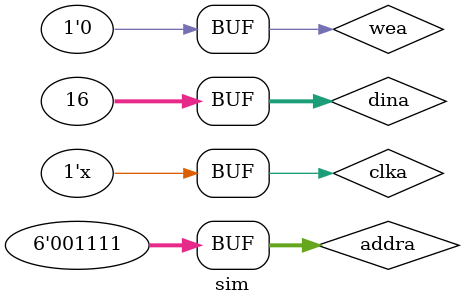
<source format=v>
`timescale 1ns / 1ps



module sim;
  reg clka;
  reg wea;
  reg [5:0] addra;
  reg [31:0] dina;
  wire [31:0] douta;

  RAM_B uut (
      .clka (clka),
      .wea  (wea),
      .addra(addra),
      .dina (dina),
      .douta(douta)
  );
  always begin
    #1 clka = ~clka;
  end

  initial begin
   clka = 0;
   wea  = 0;
   addra = 0; #3; 
   addra = 1; #3;
   addra = 2; #3;
   addra = 3; #3;
   addra = 4; #3;
   addra = 5; #3;
   addra = 6; #3;
   addra = 7; #3;
   addra = 8; #3;
   addra = 9; #3;
    #3 wea = 1;
	addra = 0; dina = 32'h1; #3;
	addra = 1; dina = 32'h2; #3;
	addra = 2; dina = 32'h3; #3;
	addra = 3; dina = 32'h4; #3;
	addra = 4; dina = 32'h5; #3;
	addra = 5; dina = 32'h6; #3;
	addra = 6; dina = 32'h7; #3;
	addra = 7; dina = 32'h8; #3;
	addra = 8; dina = 32'h9; #3;
	addra = 9; dina = 32'hA; #3;
	addra = 10; dina = 32'hB; #3;
	addra = 11; dina = 32'hC; #3;
	addra = 12; dina = 32'hD; #3;
	addra = 13; dina = 32'hE; #3;
	addra = 14; dina = 32'hF; #3;
	addra = 15; dina = 32'h10; #3;
    #3 wea = 0;
	addra = 0; #3;
	addra = 1; #3;
	addra = 2; #3;
	addra = 3; #3;
	addra = 4; #3;
	addra = 5; #3;
	addra = 6; #3;
	addra = 7; #3;
	addra = 8; #3;
	addra = 9; #3;
	addra = 10; #3;
	addra = 11; #3;
	addra = 12; #3;
	addra = 13; #3;
	addra = 14; #3;
	addra = 15; #3;
  end

endmodule
</source>
